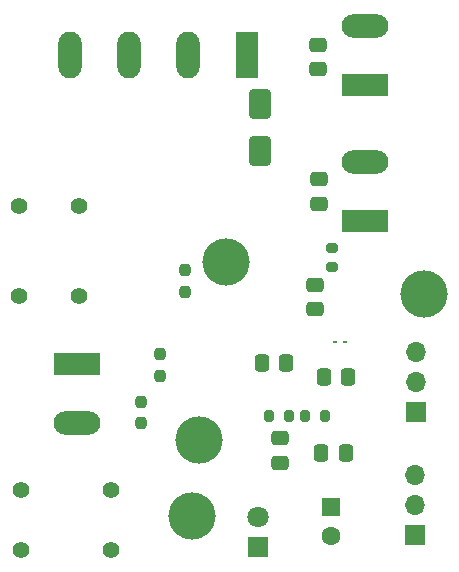
<source format=gbr>
%TF.GenerationSoftware,KiCad,Pcbnew,8.0.1*%
%TF.CreationDate,2024-05-06T17:41:32-07:00*%
%TF.ProjectId,knockControlBoard,6b6e6f63-6b43-46f6-9e74-726f6c426f61,rev?*%
%TF.SameCoordinates,Original*%
%TF.FileFunction,Soldermask,Bot*%
%TF.FilePolarity,Negative*%
%FSLAX46Y46*%
G04 Gerber Fmt 4.6, Leading zero omitted, Abs format (unit mm)*
G04 Created by KiCad (PCBNEW 8.0.1) date 2024-05-06 17:41:32*
%MOMM*%
%LPD*%
G01*
G04 APERTURE LIST*
G04 Aperture macros list*
%AMRoundRect*
0 Rectangle with rounded corners*
0 $1 Rounding radius*
0 $2 $3 $4 $5 $6 $7 $8 $9 X,Y pos of 4 corners*
0 Add a 4 corners polygon primitive as box body*
4,1,4,$2,$3,$4,$5,$6,$7,$8,$9,$2,$3,0*
0 Add four circle primitives for the rounded corners*
1,1,$1+$1,$2,$3*
1,1,$1+$1,$4,$5*
1,1,$1+$1,$6,$7*
1,1,$1+$1,$8,$9*
0 Add four rect primitives between the rounded corners*
20,1,$1+$1,$2,$3,$4,$5,0*
20,1,$1+$1,$4,$5,$6,$7,0*
20,1,$1+$1,$6,$7,$8,$9,0*
20,1,$1+$1,$8,$9,$2,$3,0*%
G04 Aperture macros list end*
%ADD10RoundRect,0.250000X-0.475000X0.337500X-0.475000X-0.337500X0.475000X-0.337500X0.475000X0.337500X0*%
%ADD11RoundRect,0.250000X0.475000X-0.337500X0.475000X0.337500X-0.475000X0.337500X-0.475000X-0.337500X0*%
%ADD12RoundRect,0.250000X0.337500X0.475000X-0.337500X0.475000X-0.337500X-0.475000X0.337500X-0.475000X0*%
%ADD13RoundRect,0.250000X-0.337500X-0.475000X0.337500X-0.475000X0.337500X0.475000X-0.337500X0.475000X0*%
%ADD14R,1.980000X3.960000*%
%ADD15O,1.980000X3.960000*%
%ADD16C,1.397000*%
%ADD17R,1.700000X1.700000*%
%ADD18O,1.700000X1.700000*%
%ADD19R,3.960000X1.980000*%
%ADD20O,3.960000X1.980000*%
%ADD21R,1.800000X1.800000*%
%ADD22C,1.800000*%
%ADD23C,4.000000*%
%ADD24RoundRect,0.237500X-0.237500X0.250000X-0.237500X-0.250000X0.237500X-0.250000X0.237500X0.250000X0*%
%ADD25RoundRect,0.200000X-0.275000X0.200000X-0.275000X-0.200000X0.275000X-0.200000X0.275000X0.200000X0*%
%ADD26RoundRect,0.200000X0.200000X0.275000X-0.200000X0.275000X-0.200000X-0.275000X0.200000X-0.275000X0*%
%ADD27RoundRect,0.237500X0.237500X-0.250000X0.237500X0.250000X-0.237500X0.250000X-0.237500X-0.250000X0*%
%ADD28RoundRect,0.250000X0.650000X-1.000000X0.650000X1.000000X-0.650000X1.000000X-0.650000X-1.000000X0*%
%ADD29RoundRect,0.062500X-0.117500X-0.062500X0.117500X-0.062500X0.117500X0.062500X-0.117500X0.062500X0*%
%ADD30R,1.600000X1.600000*%
%ADD31C,1.600000*%
G04 APERTURE END LIST*
D10*
%TO.C,C12*%
X112910000Y-91510000D03*
X112910000Y-93585000D03*
%TD*%
D11*
%TO.C,C11*%
X109920000Y-106545000D03*
X109920000Y-104470000D03*
%TD*%
D12*
%TO.C,C5*%
X115515000Y-105770000D03*
X113440000Y-105770000D03*
%TD*%
%TO.C,C3*%
X115715000Y-99280000D03*
X113640000Y-99280000D03*
%TD*%
D13*
%TO.C,C2*%
X108395000Y-98100000D03*
X110470000Y-98100000D03*
%TD*%
D11*
%TO.C,C9*%
X113190000Y-73250000D03*
X113190000Y-71175000D03*
%TD*%
%TO.C,C6*%
X113230000Y-84640000D03*
X113230000Y-82565000D03*
%TD*%
D14*
%TO.C,J7*%
X107140000Y-72010000D03*
D15*
X102140000Y-72010000D03*
X97140000Y-72010000D03*
X92140000Y-72010000D03*
%TD*%
D16*
%TO.C,SW2*%
X87850000Y-92480000D03*
X87850000Y-84860000D03*
X92930000Y-92480000D03*
X92930000Y-84860000D03*
%TD*%
%TO.C,SW1*%
X95590000Y-113960000D03*
X87970000Y-113960000D03*
X95590000Y-108880000D03*
X87970000Y-108880000D03*
%TD*%
D17*
%TO.C,RV2*%
X121380000Y-112685000D03*
D18*
X121380000Y-110145000D03*
X121380000Y-107605000D03*
%TD*%
D17*
%TO.C,RV1*%
X121480000Y-102270000D03*
D18*
X121480000Y-99730000D03*
X121480000Y-97190000D03*
%TD*%
D19*
%TO.C,J5*%
X117110000Y-74545000D03*
D20*
X117110000Y-69545000D03*
%TD*%
D19*
%TO.C,J4*%
X117170000Y-86080000D03*
D20*
X117170000Y-81080000D03*
%TD*%
D19*
%TO.C,J1*%
X92740000Y-98190000D03*
D20*
X92740000Y-103190000D03*
%TD*%
D21*
%TO.C,D3*%
X108070000Y-113697621D03*
D22*
X108070000Y-111157621D03*
%TD*%
D23*
%TO.C,TP4*%
X103100000Y-104610000D03*
%TD*%
%TO.C,TP3*%
X105380000Y-89530000D03*
%TD*%
%TO.C,TP2*%
X122160000Y-92240000D03*
%TD*%
%TO.C,TP1*%
X102460000Y-111060000D03*
%TD*%
D24*
%TO.C,R15*%
X101900000Y-90257500D03*
X101900000Y-92082500D03*
%TD*%
D25*
%TO.C,R14*%
X114370000Y-88350000D03*
X114370000Y-90000000D03*
%TD*%
D26*
%TO.C,R12*%
X113710000Y-102627621D03*
X112060000Y-102627621D03*
%TD*%
%TO.C,R5*%
X110660000Y-102617621D03*
X109010000Y-102617621D03*
%TD*%
D27*
%TO.C,R4*%
X99750000Y-99220000D03*
X99750000Y-97395000D03*
%TD*%
%TO.C,R1*%
X98190000Y-103202500D03*
X98190000Y-101377500D03*
%TD*%
D28*
%TO.C,D7*%
X108200000Y-80150000D03*
X108200000Y-76150000D03*
%TD*%
D29*
%TO.C,D6*%
X115467500Y-96380000D03*
X114627500Y-96380000D03*
%TD*%
D30*
%TO.C,C10*%
X114270000Y-110287621D03*
D31*
X114270000Y-112787621D03*
%TD*%
M02*

</source>
